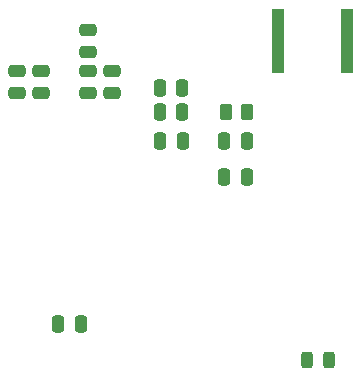
<source format=gbr>
G04 #@! TF.GenerationSoftware,KiCad,Pcbnew,(6.0.7)*
G04 #@! TF.CreationDate,2022-11-19T14:13:10-06:00*
G04 #@! TF.ProjectId,BPS-Amperes,4250532d-416d-4706-9572-65732e6b6963,rev?*
G04 #@! TF.SameCoordinates,Original*
G04 #@! TF.FileFunction,Paste,Bot*
G04 #@! TF.FilePolarity,Positive*
%FSLAX46Y46*%
G04 Gerber Fmt 4.6, Leading zero omitted, Abs format (unit mm)*
G04 Created by KiCad (PCBNEW (6.0.7)) date 2022-11-19 14:13:10*
%MOMM*%
%LPD*%
G01*
G04 APERTURE LIST*
G04 Aperture macros list*
%AMRoundRect*
0 Rectangle with rounded corners*
0 $1 Rounding radius*
0 $2 $3 $4 $5 $6 $7 $8 $9 X,Y pos of 4 corners*
0 Add a 4 corners polygon primitive as box body*
4,1,4,$2,$3,$4,$5,$6,$7,$8,$9,$2,$3,0*
0 Add four circle primitives for the rounded corners*
1,1,$1+$1,$2,$3*
1,1,$1+$1,$4,$5*
1,1,$1+$1,$6,$7*
1,1,$1+$1,$8,$9*
0 Add four rect primitives between the rounded corners*
20,1,$1+$1,$2,$3,$4,$5,0*
20,1,$1+$1,$4,$5,$6,$7,0*
20,1,$1+$1,$6,$7,$8,$9,0*
20,1,$1+$1,$8,$9,$2,$3,0*%
G04 Aperture macros list end*
%ADD10RoundRect,0.250000X0.250000X0.475000X-0.250000X0.475000X-0.250000X-0.475000X0.250000X-0.475000X0*%
%ADD11R,1.016000X5.410200*%
%ADD12RoundRect,0.250000X-0.262500X-0.450000X0.262500X-0.450000X0.262500X0.450000X-0.262500X0.450000X0*%
%ADD13RoundRect,0.250000X0.475000X-0.250000X0.475000X0.250000X-0.475000X0.250000X-0.475000X-0.250000X0*%
%ADD14RoundRect,0.243750X0.243750X0.456250X-0.243750X0.456250X-0.243750X-0.456250X0.243750X-0.456250X0*%
%ADD15RoundRect,0.250000X-0.250000X-0.475000X0.250000X-0.475000X0.250000X0.475000X-0.250000X0.475000X0*%
%ADD16RoundRect,0.250000X-0.475000X0.250000X-0.475000X-0.250000X0.475000X-0.250000X0.475000X0.250000X0*%
G04 APERTURE END LIST*
D10*
X133975000Y-105000000D03*
X132075000Y-105000000D03*
X139450000Y-107500000D03*
X137550000Y-107500000D03*
D11*
X147921000Y-99000000D03*
X142079000Y-99000000D03*
D12*
X137675000Y-105000000D03*
X139500000Y-105000000D03*
D13*
X126000000Y-103450000D03*
X126000000Y-101550000D03*
D10*
X139450000Y-110500000D03*
X137550000Y-110500000D03*
D14*
X146437500Y-126000000D03*
X144562500Y-126000000D03*
D15*
X123482500Y-123000000D03*
X125382500Y-123000000D03*
D10*
X134025000Y-107500000D03*
X132125000Y-107500000D03*
X133975000Y-103000000D03*
X132075000Y-103000000D03*
D13*
X128000000Y-103450000D03*
X128000000Y-101550000D03*
X120000000Y-103450000D03*
X120000000Y-101550000D03*
D16*
X126000000Y-98050000D03*
X126000000Y-99950000D03*
D13*
X122000000Y-103450000D03*
X122000000Y-101550000D03*
M02*

</source>
